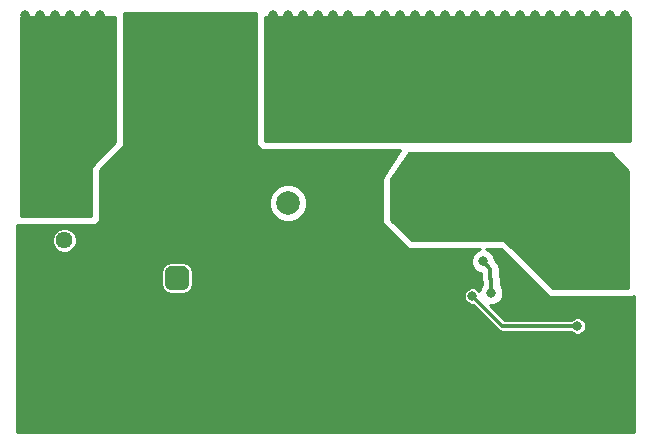
<source format=gbr>
%TF.GenerationSoftware,KiCad,Pcbnew,(2017-08-30 revision 50164e996)-master*%
%TF.CreationDate,2017-09-20T12:12:51+02:00*%
%TF.ProjectId,antispark,616E7469737061726B2E6B696361645F,rev?*%
%TF.SameCoordinates,Original*%
%TF.FileFunction,Copper,L2,Bot,Mixed*%
%TF.FilePolarity,Positive*%
%FSLAX46Y46*%
G04 Gerber Fmt 4.6, Leading zero omitted, Abs format (unit mm)*
G04 Created by KiCad (PCBNEW (2017-08-30 revision 50164e996)-master) date Wed Sep 20 12:12:51 2017*
%MOMM*%
%LPD*%
G01*
G04 APERTURE LIST*
%TA.AperFunction,Conductor*%
%ADD10C,0.100000*%
%TD*%
%TA.AperFunction,ComponentPad*%
%ADD11C,1.998980*%
%TD*%
%TA.AperFunction,ComponentPad*%
%ADD12C,2.000000*%
%TD*%
%TA.AperFunction,ComponentPad*%
%ADD13C,1.440000*%
%TD*%
%TA.AperFunction,ViaPad*%
%ADD14C,0.800000*%
%TD*%
%TA.AperFunction,Conductor*%
%ADD15C,0.300000*%
%TD*%
%TA.AperFunction,Conductor*%
%ADD16C,0.254000*%
%TD*%
G04 APERTURE END LIST*
D10*
%TO.N,UVLO*%
%TO.C,REF\002A\002A*%
G36*
X152440729Y-90442916D02*
X152489240Y-90450112D01*
X152536813Y-90462029D01*
X152582989Y-90478551D01*
X152627323Y-90499519D01*
X152669388Y-90524732D01*
X152708780Y-90553947D01*
X152745118Y-90586882D01*
X152778053Y-90623220D01*
X152807268Y-90662612D01*
X152832481Y-90704677D01*
X152853449Y-90749011D01*
X152869971Y-90795187D01*
X152881888Y-90842760D01*
X152889084Y-90891271D01*
X152891490Y-90940255D01*
X152891490Y-91939745D01*
X152889084Y-91988729D01*
X152881888Y-92037240D01*
X152869971Y-92084813D01*
X152853449Y-92130989D01*
X152832481Y-92175323D01*
X152807268Y-92217388D01*
X152778053Y-92256780D01*
X152745118Y-92293118D01*
X152708780Y-92326053D01*
X152669388Y-92355268D01*
X152627323Y-92380481D01*
X152582989Y-92401449D01*
X152536813Y-92417971D01*
X152489240Y-92429888D01*
X152440729Y-92437084D01*
X152391745Y-92439490D01*
X151392255Y-92439490D01*
X151343271Y-92437084D01*
X151294760Y-92429888D01*
X151247187Y-92417971D01*
X151201011Y-92401449D01*
X151156677Y-92380481D01*
X151114612Y-92355268D01*
X151075220Y-92326053D01*
X151038882Y-92293118D01*
X151005947Y-92256780D01*
X150976732Y-92217388D01*
X150951519Y-92175323D01*
X150930551Y-92130989D01*
X150914029Y-92084813D01*
X150902112Y-92037240D01*
X150894916Y-91988729D01*
X150892510Y-91939745D01*
X150892510Y-90940255D01*
X150894916Y-90891271D01*
X150902112Y-90842760D01*
X150914029Y-90795187D01*
X150930551Y-90749011D01*
X150951519Y-90704677D01*
X150976732Y-90662612D01*
X151005947Y-90623220D01*
X151038882Y-90586882D01*
X151075220Y-90553947D01*
X151114612Y-90524732D01*
X151156677Y-90499519D01*
X151201011Y-90478551D01*
X151247187Y-90462029D01*
X151294760Y-90450112D01*
X151343271Y-90442916D01*
X151392255Y-90440510D01*
X152391745Y-90440510D01*
X152440729Y-90442916D01*
X152440729Y-90442916D01*
G37*
D11*
%TD*%
%TO.P,REF\002A\002A,1*%
%TO.N,UVLO*%
X151892000Y-91440000D03*
D12*
%TO.P,RV1,1*%
%TO.N,VIN*%
X161290000Y-85090000D03*
%TO.P,RV1,2*%
%TO.N,GND*%
X151290000Y-82290000D03*
%TD*%
D13*
%TO.P,RV2,1*%
%TO.N,Net-(R7-Pad2)*%
X142367000Y-88265000D03*
%TO.P,RV2,2*%
%TO.N,GND*%
X139827000Y-90805000D03*
%TO.P,RV2,3*%
X142367000Y-93345000D03*
%TD*%
D14*
%TO.N,GND*%
X174625000Y-94615000D03*
%TO.N,VIN*%
X168275000Y-79375000D03*
X169545000Y-79375000D03*
X170815000Y-79375000D03*
X168275000Y-78105000D03*
X169545000Y-78105000D03*
X170815000Y-78105000D03*
X172085000Y-79375000D03*
X172085000Y-78105000D03*
X160020000Y-79375000D03*
X161290000Y-79375000D03*
X162560000Y-79375000D03*
X163830000Y-79375000D03*
X160020000Y-78105000D03*
X161290000Y-78105000D03*
X162560000Y-78105000D03*
X163830000Y-78105000D03*
%TO.N,GND*%
X180340000Y-91186000D03*
X180086000Y-97028000D03*
X180086000Y-94107000D03*
X139319000Y-93853000D03*
X139319000Y-87884000D03*
X167640000Y-86360000D03*
X163576000Y-86106000D03*
X151130000Y-86741000D03*
X158496000Y-85598000D03*
X145288000Y-88392000D03*
X149860000Y-91440000D03*
X146050000Y-93980000D03*
X150241000Y-94107000D03*
X155448000Y-93980000D03*
X154813000Y-91313000D03*
X157480000Y-96520000D03*
X151384000Y-96520000D03*
X145415000Y-96520000D03*
X139319000Y-96520000D03*
X163068000Y-94488000D03*
X159131000Y-93599000D03*
X172974000Y-96901000D03*
X171069000Y-92075000D03*
X165608000Y-94869000D03*
X183769000Y-101219000D03*
X160782000Y-90043000D03*
X163957000Y-90043000D03*
X176657000Y-95504000D03*
X140589000Y-103759000D03*
X143129000Y-103759000D03*
X139319000Y-103759000D03*
X144399000Y-103759000D03*
X141859000Y-103759000D03*
X143129000Y-102489000D03*
X141859000Y-102489000D03*
X139319000Y-102489000D03*
X140589000Y-102489000D03*
X144399000Y-102489000D03*
X139319000Y-101219000D03*
X143129000Y-101219000D03*
X141859000Y-99949000D03*
X139319000Y-99949000D03*
X144399000Y-101219000D03*
X144399000Y-99949000D03*
X141859000Y-101219000D03*
X143129000Y-99949000D03*
X140589000Y-101219000D03*
X140589000Y-99949000D03*
X189992000Y-93472000D03*
X157988000Y-79756000D03*
X159258000Y-81280000D03*
X148082000Y-80264000D03*
X146050000Y-82550000D03*
X148082000Y-69342000D03*
X157988000Y-69342000D03*
X169418000Y-81280000D03*
X163322000Y-81280000D03*
X188849000Y-102489000D03*
X188849000Y-99949000D03*
X190119000Y-102489000D03*
X190119000Y-99949000D03*
X188849000Y-101219000D03*
X187579000Y-99949000D03*
X187579000Y-103759000D03*
X187579000Y-101219000D03*
X190119000Y-101219000D03*
X190119000Y-103759000D03*
X187579000Y-102489000D03*
X188849000Y-103759000D03*
X179959000Y-99949000D03*
X185039000Y-102489000D03*
X182499000Y-101219000D03*
X181229000Y-102489000D03*
X178689000Y-103759000D03*
X178689000Y-101219000D03*
X185039000Y-103759000D03*
X186309000Y-101219000D03*
X183769000Y-102489000D03*
X178689000Y-102489000D03*
X181229000Y-101219000D03*
X181229000Y-103759000D03*
X179959000Y-102489000D03*
X182499000Y-102489000D03*
X182499000Y-103759000D03*
X179959000Y-101219000D03*
X178689000Y-99949000D03*
X186309000Y-103759000D03*
X181229000Y-99949000D03*
X183769000Y-103759000D03*
X186309000Y-99949000D03*
X179959000Y-103759000D03*
X185039000Y-99949000D03*
X186309000Y-102489000D03*
X182499000Y-99949000D03*
X183769000Y-99949000D03*
X185039000Y-101219000D03*
X177419000Y-101219000D03*
X176149000Y-99949000D03*
X176149000Y-103759000D03*
X171069000Y-101219000D03*
X177419000Y-103759000D03*
X176149000Y-101219000D03*
X174879000Y-101219000D03*
X173609000Y-102489000D03*
X173609000Y-101219000D03*
X174879000Y-102489000D03*
X169799000Y-102489000D03*
X177419000Y-99949000D03*
X169799000Y-99949000D03*
X174879000Y-103759000D03*
X171069000Y-103759000D03*
X176149000Y-102489000D03*
X173609000Y-103759000D03*
X169799000Y-103759000D03*
X172339000Y-99949000D03*
X172339000Y-101219000D03*
X173609000Y-99949000D03*
X172339000Y-103759000D03*
X169799000Y-101219000D03*
X171069000Y-99949000D03*
X172339000Y-102489000D03*
X174879000Y-99949000D03*
X177419000Y-102489000D03*
X171069000Y-102489000D03*
X164719000Y-99949000D03*
X165989000Y-101219000D03*
X160909000Y-99949000D03*
X160909000Y-101219000D03*
X163449000Y-99949000D03*
X163449000Y-103759000D03*
X167259000Y-103759000D03*
X165989000Y-99949000D03*
X162179000Y-101219000D03*
X162179000Y-102489000D03*
X164719000Y-102489000D03*
X167259000Y-102489000D03*
X164719000Y-103759000D03*
X168529000Y-99949000D03*
X162179000Y-103759000D03*
X168529000Y-102489000D03*
X162179000Y-99949000D03*
X167259000Y-99949000D03*
X165989000Y-103759000D03*
X163449000Y-101219000D03*
X160909000Y-102489000D03*
X164719000Y-101219000D03*
X168529000Y-101219000D03*
X165989000Y-102489000D03*
X168529000Y-103759000D03*
X167259000Y-101219000D03*
X163449000Y-102489000D03*
X160909000Y-103759000D03*
X157099000Y-99949000D03*
X157099000Y-101219000D03*
X159639000Y-99949000D03*
X159639000Y-103759000D03*
X158369000Y-101219000D03*
X158369000Y-102489000D03*
X155829000Y-102489000D03*
X155829000Y-99949000D03*
X158369000Y-103759000D03*
X158369000Y-99949000D03*
X155829000Y-103759000D03*
X159639000Y-101219000D03*
X157099000Y-102489000D03*
X155829000Y-101219000D03*
X159639000Y-102489000D03*
X157099000Y-103759000D03*
X153289000Y-99949000D03*
X153289000Y-101219000D03*
X152019000Y-102489000D03*
X153289000Y-103759000D03*
X154559000Y-103759000D03*
X150749000Y-103759000D03*
X152019000Y-101219000D03*
X152019000Y-103759000D03*
X150749000Y-99949000D03*
X150749000Y-101219000D03*
X153289000Y-102489000D03*
X154559000Y-102489000D03*
X150749000Y-102489000D03*
X152019000Y-99949000D03*
X154559000Y-99949000D03*
X154559000Y-101219000D03*
X148209000Y-102489000D03*
X148209000Y-103759000D03*
X149479000Y-102489000D03*
X149479000Y-103759000D03*
X149479000Y-101219000D03*
X148209000Y-99949000D03*
X148209000Y-101219000D03*
X149479000Y-99949000D03*
X146939000Y-99949000D03*
X145669000Y-101219000D03*
X146939000Y-101219000D03*
X145669000Y-99949000D03*
X145669000Y-102489000D03*
X146939000Y-102489000D03*
X145669000Y-103759000D03*
X146939000Y-103759000D03*
%TO.N,VOUT*%
X177800000Y-90032001D03*
X178509000Y-92710000D03*
X181864000Y-89789000D03*
X183769000Y-90297000D03*
X182753000Y-90297000D03*
X183769000Y-89154000D03*
X182753000Y-89154000D03*
X183769000Y-88011000D03*
X182753000Y-88011000D03*
X182753000Y-86868000D03*
X183769000Y-86868000D03*
X189611000Y-85725000D03*
X189611000Y-84582000D03*
X189611000Y-83439000D03*
X189738000Y-86868000D03*
X188468000Y-86868000D03*
X187325000Y-86868000D03*
X186055000Y-86868000D03*
X184785000Y-86360000D03*
X173355000Y-87376000D03*
X179324000Y-87376000D03*
X178308000Y-87376000D03*
X177546000Y-87884000D03*
X176530000Y-87884000D03*
X175514000Y-87884000D03*
X174498000Y-87884000D03*
X172212000Y-87884000D03*
X177546000Y-86868000D03*
X176530000Y-86868000D03*
X175514000Y-86868000D03*
X174498000Y-86868000D03*
X172212000Y-86868000D03*
X171196000Y-86868000D03*
X189738000Y-91694000D03*
X189738000Y-90424000D03*
X189738000Y-89154000D03*
X188468000Y-91694000D03*
X188468000Y-90424000D03*
X188468000Y-89154000D03*
%TO.N,Net-(D2-Pad1)*%
X176911000Y-92964000D03*
X185801000Y-95504000D03*
%TO.N,Bat*%
X145415000Y-69215000D03*
X144145000Y-69215000D03*
X142875000Y-69215000D03*
X141605000Y-69215000D03*
X140335000Y-69215000D03*
X139065000Y-69215000D03*
X139065000Y-70485000D03*
X140335000Y-70485000D03*
X141605000Y-70485000D03*
X142875000Y-70485000D03*
X144145000Y-70485000D03*
X145415000Y-70485000D03*
X145415000Y-71755000D03*
X144145000Y-71755000D03*
X142875000Y-71755000D03*
X141605000Y-71755000D03*
X140335000Y-71755000D03*
X139065000Y-71755000D03*
X139065000Y-73025000D03*
X140335000Y-73025000D03*
X141605000Y-73025000D03*
X142875000Y-73025000D03*
X144145000Y-73025000D03*
X145415000Y-73025000D03*
X145415000Y-74295000D03*
X144145000Y-74295000D03*
X142875000Y-74295000D03*
X141605000Y-74295000D03*
X140335000Y-74295000D03*
X139065000Y-74295000D03*
X139065000Y-75565000D03*
X140335000Y-75565000D03*
X141605000Y-75565000D03*
X142875000Y-75565000D03*
X144145000Y-75565000D03*
X145415000Y-75565000D03*
X145415000Y-76835000D03*
X144145000Y-76835000D03*
X142875000Y-76835000D03*
X141605000Y-76835000D03*
X140335000Y-76835000D03*
X139065000Y-76835000D03*
X139065000Y-78105000D03*
X140335000Y-78105000D03*
X141605000Y-78105000D03*
X142875000Y-78105000D03*
X144145000Y-78105000D03*
X145415000Y-78105000D03*
X145415000Y-79375000D03*
X144145000Y-79375000D03*
X142875000Y-79375000D03*
X141605000Y-79375000D03*
X140335000Y-79375000D03*
X139065000Y-79375000D03*
X139065000Y-81915000D03*
X140335000Y-81915000D03*
X141605000Y-81915000D03*
X142875000Y-81915000D03*
X144145000Y-81915000D03*
X144145000Y-84455000D03*
X142875000Y-84455000D03*
X141605000Y-84455000D03*
X140335000Y-84455000D03*
X139065000Y-84455000D03*
X144145000Y-83185000D03*
X142875000Y-83185000D03*
X141605000Y-83185000D03*
X140335000Y-83185000D03*
X139065000Y-83185000D03*
X144145000Y-85725000D03*
X142875000Y-85725000D03*
X141605000Y-85725000D03*
X140335000Y-85725000D03*
X139065000Y-85725000D03*
%TO.N,VIN*%
X179705000Y-76835000D03*
X180975000Y-76835000D03*
X182245000Y-76835000D03*
X183515000Y-76835000D03*
X184785000Y-76835000D03*
X186055000Y-76835000D03*
X187325000Y-76835000D03*
X188595000Y-76835000D03*
X189865000Y-76835000D03*
X189865000Y-78105000D03*
X188595000Y-78105000D03*
X187325000Y-78105000D03*
X186055000Y-78105000D03*
X184785000Y-78105000D03*
X183515000Y-78105000D03*
X182245000Y-78105000D03*
X180975000Y-78105000D03*
X189865000Y-79375000D03*
X188595000Y-79375000D03*
X187325000Y-79375000D03*
X186055000Y-79375000D03*
X184785000Y-79375000D03*
X183515000Y-79375000D03*
X182245000Y-79375000D03*
X180975000Y-79375000D03*
X179705000Y-79375000D03*
X179705000Y-69215000D03*
X180975000Y-69215000D03*
X182245000Y-69215000D03*
X183515000Y-69215000D03*
X184785000Y-69215000D03*
X186055000Y-69215000D03*
X187325000Y-69215000D03*
X188595000Y-69215000D03*
X189865000Y-69215000D03*
X189865000Y-70485000D03*
X188595000Y-70485000D03*
X187325000Y-70485000D03*
X186055000Y-70485000D03*
X184785000Y-70485000D03*
X183515000Y-70485000D03*
X182245000Y-70485000D03*
X180975000Y-70485000D03*
X179705000Y-70485000D03*
X178435000Y-70485000D03*
X177165000Y-70485000D03*
X175895000Y-70485000D03*
X174625000Y-70485000D03*
X173355000Y-70485000D03*
X172085000Y-70485000D03*
X170815000Y-70485000D03*
X169545000Y-70485000D03*
X168275000Y-70485000D03*
X168275000Y-69215000D03*
X169545000Y-69215000D03*
X170815000Y-69215000D03*
X172085000Y-69215000D03*
X173355000Y-69215000D03*
X174625000Y-69215000D03*
X175895000Y-69215000D03*
X177165000Y-69215000D03*
X178435000Y-69215000D03*
X178435000Y-79375000D03*
X177165000Y-79375000D03*
X175895000Y-79375000D03*
X174625000Y-79375000D03*
X173355000Y-79375000D03*
X178435000Y-76835000D03*
X177165000Y-76835000D03*
X175895000Y-76835000D03*
X174625000Y-76835000D03*
X173355000Y-76835000D03*
X172085000Y-76835000D03*
X170815000Y-76835000D03*
X169545000Y-76835000D03*
X168275000Y-76835000D03*
X173355000Y-78105000D03*
X174625000Y-78105000D03*
X175895000Y-78105000D03*
X177165000Y-78105000D03*
X178435000Y-78105000D03*
X166370000Y-79375000D03*
X165100000Y-79375000D03*
X165100000Y-78105000D03*
X166370000Y-78105000D03*
X166370000Y-76835000D03*
X165100000Y-76835000D03*
X163830000Y-76835000D03*
X162560000Y-76835000D03*
X161290000Y-76835000D03*
X160020000Y-76835000D03*
X160020000Y-75565000D03*
X161290000Y-75565000D03*
X162560000Y-75565000D03*
X163830000Y-75565000D03*
X165100000Y-75565000D03*
X166370000Y-75565000D03*
X166370000Y-74295000D03*
X165100000Y-74295000D03*
X163830000Y-74295000D03*
X162560000Y-74295000D03*
X161290000Y-74295000D03*
X160020000Y-74295000D03*
X160020000Y-73025000D03*
X161290000Y-73025000D03*
X162560000Y-73025000D03*
X163830000Y-73025000D03*
X165100000Y-73025000D03*
X166370000Y-73025000D03*
X166370000Y-71755000D03*
X165100000Y-71755000D03*
X163830000Y-71755000D03*
X162560000Y-71755000D03*
X161290000Y-71755000D03*
X160020000Y-71755000D03*
X160020000Y-70485000D03*
X161290000Y-70485000D03*
X162560000Y-70485000D03*
X163830000Y-70485000D03*
X165100000Y-70485000D03*
X166370000Y-70485000D03*
X166370000Y-69215000D03*
X165100000Y-69215000D03*
X163830000Y-69215000D03*
X162560000Y-69215000D03*
X161290000Y-69215000D03*
X160020000Y-69215000D03*
%TO.N,VOUT*%
X187325000Y-91694000D03*
X186055000Y-91694000D03*
X184785000Y-91694000D03*
X187325000Y-90424000D03*
X186055000Y-90424000D03*
X184785000Y-90424000D03*
X187325000Y-89154000D03*
X186055000Y-89154000D03*
X184785000Y-89154000D03*
X187325000Y-87884000D03*
X189738000Y-87884000D03*
X186055000Y-87884000D03*
X188468000Y-87884000D03*
X184785000Y-85090000D03*
X184785000Y-83820000D03*
X179324000Y-83820000D03*
X179324000Y-85090000D03*
X179324000Y-86360000D03*
X178435000Y-86360000D03*
X178435000Y-85090000D03*
X178435000Y-83820000D03*
X179070000Y-82550000D03*
X180086000Y-82296000D03*
X181864000Y-82296000D03*
X182880000Y-82550000D03*
X184150000Y-82550000D03*
X185420000Y-82550000D03*
X186690000Y-82550000D03*
X187960000Y-82550000D03*
X189230000Y-82550000D03*
X184785000Y-87884000D03*
X188595000Y-81280000D03*
X187325000Y-81280000D03*
X186055000Y-81280000D03*
X184785000Y-81280000D03*
X183515000Y-81280000D03*
X182245000Y-81280000D03*
X180975000Y-81280000D03*
X179705000Y-81280000D03*
X178435000Y-81280000D03*
X177800000Y-82550000D03*
X177165000Y-81280000D03*
X175895000Y-81280000D03*
X176530000Y-82550000D03*
X174625000Y-81280000D03*
X173355000Y-81280000D03*
X173355000Y-86360000D03*
X173355000Y-85090000D03*
X173355000Y-83820000D03*
X173990000Y-82550000D03*
X172720000Y-82550000D03*
X171450000Y-82550000D03*
X175260000Y-82550000D03*
%TD*%
D15*
%TO.N,VOUT*%
X178435000Y-91486000D02*
X178435000Y-90667001D01*
X178435000Y-90667001D02*
X177800000Y-90032001D01*
X178509000Y-92710000D02*
X178509000Y-91560000D01*
X178509000Y-91560000D02*
X178435000Y-91486000D01*
%TO.N,Net-(D2-Pad1)*%
X185801000Y-95504000D02*
X179451000Y-95504000D01*
X179451000Y-95504000D02*
X176911000Y-92964000D01*
%TD*%
D16*
%TO.N,Bat*%
G36*
X146685000Y-79957394D02*
X144690197Y-81952197D01*
X144662667Y-81993399D01*
X144653000Y-82042000D01*
X144653000Y-86233000D01*
X138657000Y-86233000D01*
X138657000Y-69315000D01*
X146685000Y-69315000D01*
X146685000Y-79957394D01*
X146685000Y-79957394D01*
G37*
X146685000Y-79957394D02*
X144690197Y-81952197D01*
X144662667Y-81993399D01*
X144653000Y-82042000D01*
X144653000Y-86233000D01*
X138657000Y-86233000D01*
X138657000Y-69315000D01*
X146685000Y-69315000D01*
X146685000Y-79957394D01*
%TO.N,VIN*%
G36*
X190273000Y-79883000D02*
X159385000Y-79883000D01*
X159385000Y-69315000D01*
X190273000Y-69315000D01*
X190273000Y-79883000D01*
X190273000Y-79883000D01*
G37*
X190273000Y-79883000D02*
X159385000Y-79883000D01*
X159385000Y-69315000D01*
X190273000Y-69315000D01*
X190273000Y-79883000D01*
%TO.N,VOUT*%
G36*
X190119000Y-82348606D02*
X190119000Y-92329000D01*
X183694606Y-92329000D01*
X179667803Y-88302197D01*
X179626601Y-88274667D01*
X179578000Y-88265000D01*
X171756606Y-88265000D01*
X170053000Y-86561394D01*
X170053000Y-83096452D01*
X171517968Y-80899000D01*
X188669394Y-80899000D01*
X190119000Y-82348606D01*
X190119000Y-82348606D01*
G37*
X190119000Y-82348606D02*
X190119000Y-92329000D01*
X183694606Y-92329000D01*
X179667803Y-88302197D01*
X179626601Y-88274667D01*
X179578000Y-88265000D01*
X171756606Y-88265000D01*
X170053000Y-86561394D01*
X170053000Y-83096452D01*
X171517968Y-80899000D01*
X188669394Y-80899000D01*
X190119000Y-82348606D01*
%TO.N,GND*%
G36*
X158623000Y-80010000D02*
X158671336Y-80253004D01*
X158808987Y-80459013D01*
X159014996Y-80596664D01*
X159258000Y-80645000D01*
X170771491Y-80645000D01*
X169397648Y-82705765D01*
X169291000Y-83058000D01*
X169291000Y-86614000D01*
X169339336Y-86857004D01*
X169476987Y-87063013D01*
X171254987Y-88841013D01*
X171460996Y-88978664D01*
X171704000Y-89027000D01*
X177542941Y-89027000D01*
X177219011Y-89160845D01*
X176929860Y-89449493D01*
X176773179Y-89826822D01*
X176772822Y-90235388D01*
X176928844Y-90612990D01*
X177217492Y-90902141D01*
X177594821Y-91058822D01*
X177658000Y-91058877D01*
X177658000Y-91486000D01*
X177717146Y-91783345D01*
X177732000Y-91805576D01*
X177732000Y-92034514D01*
X177638860Y-92127492D01*
X177482179Y-92504821D01*
X177482177Y-92507143D01*
X177323350Y-92348039D01*
X177056244Y-92237126D01*
X176767025Y-92236874D01*
X176499725Y-92347320D01*
X176295039Y-92551650D01*
X176184126Y-92818756D01*
X176183874Y-93107975D01*
X176294320Y-93375275D01*
X176498650Y-93579961D01*
X176765756Y-93690874D01*
X176963466Y-93691046D01*
X179113710Y-95841290D01*
X179268459Y-95944691D01*
X179451000Y-95981000D01*
X185249931Y-95981000D01*
X185388650Y-96119961D01*
X185655756Y-96230874D01*
X185944975Y-96231126D01*
X186212275Y-96120680D01*
X186416961Y-95916350D01*
X186527874Y-95649244D01*
X186528126Y-95360025D01*
X186417680Y-95092725D01*
X186213350Y-94888039D01*
X185946244Y-94777126D01*
X185657025Y-94776874D01*
X185389725Y-94887320D01*
X185249802Y-95027000D01*
X179648580Y-95027000D01*
X178358449Y-93736869D01*
X178712387Y-93737178D01*
X179089989Y-93581156D01*
X179379140Y-93292508D01*
X179535821Y-92915179D01*
X179536178Y-92506613D01*
X179380156Y-92129011D01*
X179286000Y-92034691D01*
X179286000Y-91560000D01*
X179226854Y-91262655D01*
X179212000Y-91240424D01*
X179212000Y-90667001D01*
X179152854Y-90369656D01*
X178984422Y-90117579D01*
X178827063Y-89960220D01*
X178827178Y-89828614D01*
X178671156Y-89451012D01*
X178382508Y-89161861D01*
X178057727Y-89027000D01*
X179314974Y-89027000D01*
X183192987Y-92905013D01*
X183398996Y-93042664D01*
X183642000Y-93091000D01*
X190246000Y-93091000D01*
X190489004Y-93042664D01*
X190581000Y-92981194D01*
X190581000Y-104475000D01*
X138349000Y-104475000D01*
X138349000Y-90940255D01*
X150559104Y-90940255D01*
X150559104Y-91939745D01*
X150622524Y-92258578D01*
X150803128Y-92528872D01*
X151073422Y-92709476D01*
X151392255Y-92772896D01*
X152391745Y-92772896D01*
X152710578Y-92709476D01*
X152980872Y-92528872D01*
X153161476Y-92258578D01*
X153224896Y-91939745D01*
X153224896Y-90940255D01*
X153161476Y-90621422D01*
X152980872Y-90351128D01*
X152710578Y-90170524D01*
X152391745Y-90107104D01*
X151392255Y-90107104D01*
X151073422Y-90170524D01*
X150803128Y-90351128D01*
X150622524Y-90621422D01*
X150559104Y-90940255D01*
X138349000Y-90940255D01*
X138349000Y-88472348D01*
X141319819Y-88472348D01*
X141478879Y-88857303D01*
X141773148Y-89152086D01*
X142157825Y-89311818D01*
X142574348Y-89312181D01*
X142959303Y-89153121D01*
X143254086Y-88858852D01*
X143413818Y-88474175D01*
X143414181Y-88057652D01*
X143255121Y-87672697D01*
X142960852Y-87377914D01*
X142576175Y-87218182D01*
X142159652Y-87217819D01*
X141774697Y-87376879D01*
X141479914Y-87671148D01*
X141320182Y-88055825D01*
X141319819Y-88472348D01*
X138349000Y-88472348D01*
X138349000Y-86978888D01*
X138430000Y-86995000D01*
X144780000Y-86995000D01*
X145023004Y-86946664D01*
X145229013Y-86809013D01*
X145366664Y-86603004D01*
X145415000Y-86360000D01*
X145415000Y-85412211D01*
X159662718Y-85412211D01*
X159909892Y-86010418D01*
X160367175Y-86468499D01*
X160964950Y-86716717D01*
X161612211Y-86717282D01*
X162210418Y-86470108D01*
X162668499Y-86012825D01*
X162916717Y-85415050D01*
X162917282Y-84767789D01*
X162670108Y-84169582D01*
X162212825Y-83711501D01*
X161615050Y-83463283D01*
X160967789Y-83462718D01*
X160369582Y-83709892D01*
X159911501Y-84167175D01*
X159663283Y-84764950D01*
X159662718Y-85412211D01*
X145415000Y-85412211D01*
X145415000Y-82305026D01*
X147261013Y-80459013D01*
X147398664Y-80253004D01*
X147447000Y-80010000D01*
X147447000Y-69007000D01*
X158623000Y-69007000D01*
X158623000Y-80010000D01*
X158623000Y-80010000D01*
G37*
X158623000Y-80010000D02*
X158671336Y-80253004D01*
X158808987Y-80459013D01*
X159014996Y-80596664D01*
X159258000Y-80645000D01*
X170771491Y-80645000D01*
X169397648Y-82705765D01*
X169291000Y-83058000D01*
X169291000Y-86614000D01*
X169339336Y-86857004D01*
X169476987Y-87063013D01*
X171254987Y-88841013D01*
X171460996Y-88978664D01*
X171704000Y-89027000D01*
X177542941Y-89027000D01*
X177219011Y-89160845D01*
X176929860Y-89449493D01*
X176773179Y-89826822D01*
X176772822Y-90235388D01*
X176928844Y-90612990D01*
X177217492Y-90902141D01*
X177594821Y-91058822D01*
X177658000Y-91058877D01*
X177658000Y-91486000D01*
X177717146Y-91783345D01*
X177732000Y-91805576D01*
X177732000Y-92034514D01*
X177638860Y-92127492D01*
X177482179Y-92504821D01*
X177482177Y-92507143D01*
X177323350Y-92348039D01*
X177056244Y-92237126D01*
X176767025Y-92236874D01*
X176499725Y-92347320D01*
X176295039Y-92551650D01*
X176184126Y-92818756D01*
X176183874Y-93107975D01*
X176294320Y-93375275D01*
X176498650Y-93579961D01*
X176765756Y-93690874D01*
X176963466Y-93691046D01*
X179113710Y-95841290D01*
X179268459Y-95944691D01*
X179451000Y-95981000D01*
X185249931Y-95981000D01*
X185388650Y-96119961D01*
X185655756Y-96230874D01*
X185944975Y-96231126D01*
X186212275Y-96120680D01*
X186416961Y-95916350D01*
X186527874Y-95649244D01*
X186528126Y-95360025D01*
X186417680Y-95092725D01*
X186213350Y-94888039D01*
X185946244Y-94777126D01*
X185657025Y-94776874D01*
X185389725Y-94887320D01*
X185249802Y-95027000D01*
X179648580Y-95027000D01*
X178358449Y-93736869D01*
X178712387Y-93737178D01*
X179089989Y-93581156D01*
X179379140Y-93292508D01*
X179535821Y-92915179D01*
X179536178Y-92506613D01*
X179380156Y-92129011D01*
X179286000Y-92034691D01*
X179286000Y-91560000D01*
X179226854Y-91262655D01*
X179212000Y-91240424D01*
X179212000Y-90667001D01*
X179152854Y-90369656D01*
X178984422Y-90117579D01*
X178827063Y-89960220D01*
X178827178Y-89828614D01*
X178671156Y-89451012D01*
X178382508Y-89161861D01*
X178057727Y-89027000D01*
X179314974Y-89027000D01*
X183192987Y-92905013D01*
X183398996Y-93042664D01*
X183642000Y-93091000D01*
X190246000Y-93091000D01*
X190489004Y-93042664D01*
X190581000Y-92981194D01*
X190581000Y-104475000D01*
X138349000Y-104475000D01*
X138349000Y-90940255D01*
X150559104Y-90940255D01*
X150559104Y-91939745D01*
X150622524Y-92258578D01*
X150803128Y-92528872D01*
X151073422Y-92709476D01*
X151392255Y-92772896D01*
X152391745Y-92772896D01*
X152710578Y-92709476D01*
X152980872Y-92528872D01*
X153161476Y-92258578D01*
X153224896Y-91939745D01*
X153224896Y-90940255D01*
X153161476Y-90621422D01*
X152980872Y-90351128D01*
X152710578Y-90170524D01*
X152391745Y-90107104D01*
X151392255Y-90107104D01*
X151073422Y-90170524D01*
X150803128Y-90351128D01*
X150622524Y-90621422D01*
X150559104Y-90940255D01*
X138349000Y-90940255D01*
X138349000Y-88472348D01*
X141319819Y-88472348D01*
X141478879Y-88857303D01*
X141773148Y-89152086D01*
X142157825Y-89311818D01*
X142574348Y-89312181D01*
X142959303Y-89153121D01*
X143254086Y-88858852D01*
X143413818Y-88474175D01*
X143414181Y-88057652D01*
X143255121Y-87672697D01*
X142960852Y-87377914D01*
X142576175Y-87218182D01*
X142159652Y-87217819D01*
X141774697Y-87376879D01*
X141479914Y-87671148D01*
X141320182Y-88055825D01*
X141319819Y-88472348D01*
X138349000Y-88472348D01*
X138349000Y-86978888D01*
X138430000Y-86995000D01*
X144780000Y-86995000D01*
X145023004Y-86946664D01*
X145229013Y-86809013D01*
X145366664Y-86603004D01*
X145415000Y-86360000D01*
X145415000Y-85412211D01*
X159662718Y-85412211D01*
X159909892Y-86010418D01*
X160367175Y-86468499D01*
X160964950Y-86716717D01*
X161612211Y-86717282D01*
X162210418Y-86470108D01*
X162668499Y-86012825D01*
X162916717Y-85415050D01*
X162917282Y-84767789D01*
X162670108Y-84169582D01*
X162212825Y-83711501D01*
X161615050Y-83463283D01*
X160967789Y-83462718D01*
X160369582Y-83709892D01*
X159911501Y-84167175D01*
X159663283Y-84764950D01*
X159662718Y-85412211D01*
X145415000Y-85412211D01*
X145415000Y-82305026D01*
X147261013Y-80459013D01*
X147398664Y-80253004D01*
X147447000Y-80010000D01*
X147447000Y-69007000D01*
X158623000Y-69007000D01*
X158623000Y-80010000D01*
%TD*%
M02*

</source>
